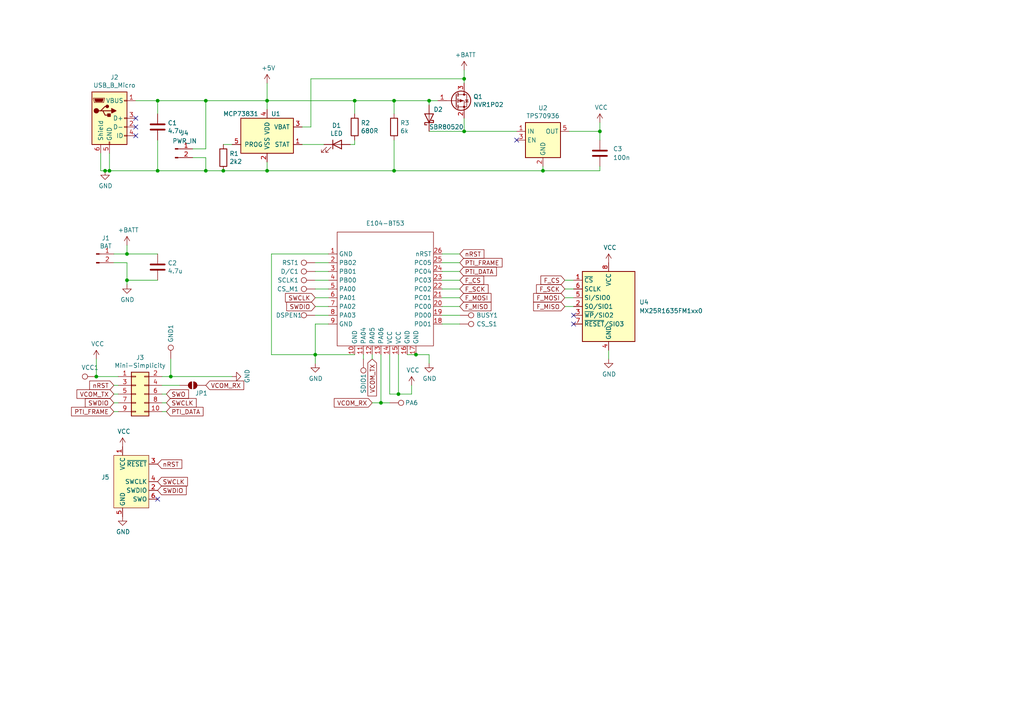
<source format=kicad_sch>
(kicad_sch (version 20231120) (generator "eeschema") (generator_version "8.0")
  (paper "A4")
  (title_block (title "Hardware mod supporting OEPL for ESLs") (date "2024-06-16") (rev "2") (comment 1 "License: CERN-OHL-W-2.0"))
  (lib_symbols
    (symbol "Connector:Conn_ARM_SWD_TagConnect_TC2030-NL" (in_bom no)
      (property "Reference" "J" (at 2.54 11.43 0))
      (property "Value" "Conn_ARM_SWD_TagConnect_TC2030-NL" (at 2.54 8.89 0))
      (symbol "Conn_ARM_SWD_TagConnect_TC2030-NL_0_0"
        (pin power_in line (at -2.54 10.16 270) (length 2.54) (name "VCC") (number "1"))
        (pin bidirectional line (at 7.62 -2.54 180) (length 2.54) (name "SWDIO") (number "2"))
        (pin open_collector line (at 7.62 5.08 180) (length 2.54) (name "~{RESET}") (number "3"))
        (pin output line (at 7.62 0 180) (length 2.54) (name "SWCLK") (number "4"))
        (pin power_in line (at -2.54 -10.16 90) (length 2.54) (name "GND") (number "5"))
        (pin input line (at 7.62 -5.08 180) (length 2.54) (name "SWO") (number "6"))
      )
      (symbol "Conn_ARM_SWD_TagConnect_TC2030-NL_0_1"
        (rectangle (start -5.08 7.62) (end 5.08 -7.62) (fill (type background)))
      )
    )
    (symbol "Connector:TestPoint" (pin_numbers hide) (pin_names (offset 0.762) hide)
      (property "Reference" "TP" (at 0 6.858 0))
      (property "Value" "TestPoint" (at 0 5.08 0))
      (symbol "TestPoint_0_1"
        (circle (center 0 3.302) (radius 0.762))
      )
      (symbol "TestPoint_1_1"
        (pin passive line (at 0 0 90) (length 2.54) (name "1") (number "1"))
      )
    )
    (symbol "Connector:USB_B_Micro" (pin_names (offset 1.016))
      (property "Reference" "J" (at -5.08 11.43 0))
      (property "Value" "USB_B_Micro" (at -5.08 8.89 0))
      (symbol "USB_B_Micro_0_1"
        (rectangle (start -5.08 -7.62) (end 5.08 7.62) (stroke (width 0.254)) (fill (type background)))
        (circle (center -3.81 2.159) (radius 0.635) (stroke (width 0.254)) (fill (type outline)))
        (circle (center -0.635 3.429) (radius 0.381) (stroke (width 0.254)) (fill (type outline)))
        (rectangle (start -0.127 -7.62) (end 0.127 -6.858))
        (polyline (pts (xy -1.905 2.159) (xy 0.635 2.159)) (stroke (width 0.254)))
        (polyline (pts (xy -3.175 2.159) (xy -2.54 2.159) (xy -1.27 3.429) (xy -0.635 3.429)) (stroke (width 0.254)))
        (polyline (pts (xy -2.54 2.159) (xy -1.905 2.159) (xy -1.27 0.889) (xy 0 0.889)) (stroke (width 0.254)))
        (polyline (pts (xy 0.635 2.794) (xy 0.635 1.524) (xy 1.905 2.159) (xy 0.635 2.794)) (stroke (width 0.254)) (fill (type outline)))
        (polyline (pts (xy -4.318 5.588) (xy -1.778 5.588) (xy -2.032 4.826) (xy -4.064 4.826) (xy -4.318 5.588)) (fill (type outline)))
        (polyline (pts (xy -4.699 5.842) (xy -4.699 5.588) (xy -4.445 4.826) (xy -4.445 4.572) (xy -1.651 4.572) (xy -1.651 4.826) (xy -1.397 5.588) (xy -1.397 5.842) (xy -4.699 5.842)))
        (rectangle (start 0.254 1.27) (end -0.508 0.508) (stroke (width 0.254)) (fill (type outline)))
        (rectangle (start 5.08 -5.207) (end 4.318 -4.953))
        (rectangle (start 5.08 -2.667) (end 4.318 -2.413))
        (rectangle (start 5.08 -0.127) (end 4.318 0.127))
        (rectangle (start 5.08 4.953) (end 4.318 5.207))
      )
      (symbol "USB_B_Micro_1_1"
        (pin power_out line (at 7.62 5.08 180) (length 2.54) (name "VBUS") (number "1"))
        (pin bidirectional line (at 7.62 -2.54 180) (length 2.54) (name "D-") (number "2"))
        (pin bidirectional line (at 7.62 0 180) (length 2.54) (name "D+") (number "3"))
        (pin passive line (at 7.62 -5.08 180) (length 2.54) (name "ID") (number "4"))
        (pin power_out line (at 0 -10.16 90) (length 2.54) (name "GND") (number "5"))
        (pin passive line (at -2.54 -10.16 90) (length 2.54) (name "Shield") (number "6"))
      )
    )
    (symbol "Connector_Generic:Conn_02x05_Odd_Even" (pin_names (offset 1.016) hide)
      (property "Reference" "J" (at 1.27 7.62 0))
      (property "Value" "Conn_02x05_Odd_Even" (at 1.27 -7.62 0))
      (symbol "Conn_02x05_Odd_Even_1_1"
        (rectangle (start -1.27 -4.953) (end 0 -5.207) (stroke (width 0.1524)))
        (rectangle (start -1.27 -2.413) (end 0 -2.667) (stroke (width 0.1524)))
        (rectangle (start -1.27 0.127) (end 0 -0.127) (stroke (width 0.1524)))
        (rectangle (start -1.27 2.667) (end 0 2.413) (stroke (width 0.1524)))
        (rectangle (start -1.27 5.207) (end 0 4.953) (stroke (width 0.1524)))
        (rectangle (start -1.27 6.35) (end 3.81 -6.35) (stroke (width 0.254)) (fill (type background)))
        (rectangle (start 3.81 -4.953) (end 2.54 -5.207) (stroke (width 0.1524)))
        (rectangle (start 3.81 -2.413) (end 2.54 -2.667) (stroke (width 0.1524)))
        (rectangle (start 3.81 0.127) (end 2.54 -0.127) (stroke (width 0.1524)))
        (rectangle (start 3.81 2.667) (end 2.54 2.413) (stroke (width 0.1524)))
        (rectangle (start 3.81 5.207) (end 2.54 4.953) (stroke (width 0.1524)))
        (pin passive line (at -5.08 5.08 0) (length 3.81) (name "Pin_1") (number "1"))
        (pin passive line (at 7.62 -5.08 180) (length 3.81) (name "Pin_10") (number "10"))
        (pin passive line (at 7.62 5.08 180) (length 3.81) (name "Pin_2") (number "2"))
        (pin passive line (at -5.08 2.54 0) (length 3.81) (name "Pin_3") (number "3"))
        (pin passive line (at 7.62 2.54 180) (length 3.81) (name "Pin_4") (number "4"))
        (pin passive line (at -5.08 0 0) (length 3.81) (name "Pin_5") (number "5"))
        (pin passive line (at 7.62 0 180) (length 3.81) (name "Pin_6") (number "6"))
        (pin passive line (at -5.08 -2.54 0) (length 3.81) (name "Pin_7") (number "7"))
        (pin passive line (at 7.62 -2.54 180) (length 3.81) (name "Pin_8") (number "8"))
        (pin passive line (at -5.08 -5.08 0) (length 3.81) (name "Pin_9") (number "9"))
      )
    )
    (symbol "Device:C" (pin_numbers hide) (pin_names (offset 0.254))
      (property "Reference" "C" (at 0.635 2.54 0))
      (property "Value" "C" (at 0.635 -2.54 0))
      (symbol "C_0_1"
        (polyline (pts (xy -2.032 -0.762) (xy 2.032 -0.762)) (stroke (width 0.508)))
        (polyline (pts (xy -2.032 0.762) (xy 2.032 0.762)) (stroke (width 0.508)))
      )
      (symbol "C_1_1"
        (pin passive line (at 0 3.81 270) (length 2.794) (name "~") (number "1"))
        (pin passive line (at 0 -3.81 90) (length 2.794) (name "~") (number "2"))
      )
    )
    (symbol "Device:D_Schottky" (pin_numbers hide) (pin_names (offset 1.016) hide)
      (property "Reference" "D" (at 0 2.54 0))
      (property "Value" "D_Schottky" (at 0 -2.54 0))
      (symbol "D_Schottky_0_1"
        (polyline (pts (xy 1.27 0) (xy -1.27 0)))
        (polyline (pts (xy 1.27 1.27) (xy 1.27 -1.27) (xy -1.27 0) (xy 1.27 1.27)) (stroke (width 0.254)))
        (polyline (pts (xy -1.905 0.635) (xy -1.905 1.27) (xy -1.27 1.27) (xy -1.27 -1.27) (xy -0.635 -1.27) (xy -0.635 -0.635)) (stroke (width 0.254)))
      )
      (symbol "D_Schottky_1_1"
        (pin passive line (at -3.81 0 0) (length 2.54) (name "K") (number "1"))
        (pin passive line (at 3.81 0 180) (length 2.54) (name "A") (number "2"))
      )
    )
    (symbol "Device:LED" (pin_numbers hide) (pin_names (offset 1.016) hide)
      (property "Reference" "D" (at 0 2.54 0))
      (property "Value" "LED" (at 0 -2.54 0))
      (symbol "LED_0_1"
        (polyline (pts (xy -1.27 -1.27) (xy -1.27 1.27)) (stroke (width 0.254)))
        (polyline (pts (xy -1.27 0) (xy 1.27 0)))
        (polyline (pts (xy 1.27 -1.27) (xy 1.27 1.27) (xy -1.27 0) (xy 1.27 -1.27)) (stroke (width 0.254)))
        (polyline (pts (xy -3.048 -0.762) (xy -4.572 -2.286) (xy -3.81 -2.286) (xy -4.572 -2.286) (xy -4.572 -1.524)))
        (polyline (pts (xy -1.778 -0.762) (xy -3.302 -2.286) (xy -2.54 -2.286) (xy -3.302 -2.286) (xy -3.302 -1.524)))
      )
      (symbol "LED_1_1"
        (pin passive line (at -3.81 0 0) (length 2.54) (name "K") (number "1"))
        (pin passive line (at 3.81 0 180) (length 2.54) (name "A") (number "2"))
      )
    )
    (symbol "Device:R" (pin_numbers hide) (pin_names (offset 0))
      (property "Reference" "R" (at 2.032 0 90))
      (property "Value" "R" (at 0 0 90))
      (symbol "R_0_1"
        (rectangle (start -1.016 -2.54) (end 1.016 2.54) (stroke (width 0.254)))
      )
      (symbol "R_1_1"
        (pin passive line (at 0 3.81 270) (length 1.27) (name "~") (number "1"))
        (pin passive line (at 0 -3.81 90) (length 1.27) (name "~") (number "2"))
      )
    )
    (symbol "HD150-mod-rescue:+5V-power" (power) (pin_names (offset 0))
      (property "Value" "power_+5V" (at 0 3.556 0))
      (symbol "+5V-power_0_1"
        (polyline (pts (xy -0.762 1.27) (xy 0 2.54)))
        (polyline (pts (xy 0 0) (xy 0 2.54)))
        (polyline (pts (xy 0 2.54) (xy 0.762 1.27)))
      )
      (symbol "+5V-power_1_1"
        (pin power_in line (at 0 0 90) (length 0) hide (name "+5V") (number "1"))
      )
    )
    (symbol "HD150-mod-rescue:+BATT-power" (power) (pin_names (offset 0))
      (property "Value" "power_+BATT" (at 0 3.556 0))
      (symbol "+BATT-power_0_1"
        (polyline (pts (xy -0.762 1.27) (xy 0 2.54)))
        (polyline (pts (xy 0 0) (xy 0 2.54)))
        (polyline (pts (xy 0 2.54) (xy 0.762 1.27)))
      )
      (symbol "+BATT-power_1_1"
        (pin power_in line (at 0 0 90) (length 0) hide (name "+BATT") (number "1"))
      )
    )
    (symbol "HD150-mod-rescue:Conn_01x02_Male-Connector" (pin_names (offset 1.016) hide)
      (property "Reference" "J" (at 0 2.54 0))
      (property "Value" "Connector_Conn_01x02_Male" (at 0 -5.08 0))
      (symbol "Conn_01x02_Male-Connector_1_1"
        (polyline (pts (xy 1.27 -2.54) (xy 0.8636 -2.54)) (stroke (width 0.1524)))
        (polyline (pts (xy 1.27 0) (xy 0.8636 0)) (stroke (width 0.1524)))
        (rectangle (start 0.8636 -2.413) (end 0 -2.667) (stroke (width 0.1524)) (fill (type outline)))
        (rectangle (start 0.8636 0.127) (end 0 -0.127) (stroke (width 0.1524)) (fill (type outline)))
        (pin passive line (at 5.08 0 180) (length 3.81) (name "Pin_1") (number "1"))
        (pin passive line (at 5.08 -2.54 180) (length 3.81) (name "Pin_2") (number "2"))
      )
    )
    (symbol "HD150-mod-rescue:GND-power" (power) (pin_names (offset 0))
      (property "Value" "power_GND" (at 0 -3.81 0))
      (symbol "GND-power_0_1"
        (polyline (pts (xy 0 0) (xy 0 -1.27) (xy 1.27 -1.27) (xy 0 -2.54) (xy -1.27 -1.27) (xy 0 -1.27)))
      )
      (symbol "GND-power_1_1"
        (pin power_in line (at 0 0 270) (length 0) hide (name "GND") (number "1"))
      )
    )
    (symbol "HD150-mod-rescue:MCP73831-2-OT-Battery_Management" (pin_names (offset 1.016))
      (property "Reference" "U" (at -7.62 6.35 0))
      (property "Value" "Battery_Management_MCP73831-2-OT" (at 1.27 6.35 0))
      (symbol "MCP73831-2-OT-Battery_Management_0_1"
        (rectangle (start -7.62 5.08) (end 7.62 -5.08) (stroke (width 0.254)) (fill (type background)))
      )
      (symbol "MCP73831-2-OT-Battery_Management_1_1"
        (pin output line (at 10.16 -2.54 180) (length 2.54) (name "STAT") (number "1"))
        (pin power_in line (at 0 -7.62 90) (length 2.54) (name "VSS") (number "2"))
        (pin power_out line (at 10.16 2.54 180) (length 2.54) (name "VBAT") (number "3"))
        (pin power_in line (at 0 7.62 270) (length 2.54) (name "VDD") (number "4"))
        (pin input line (at -10.16 -2.54 0) (length 2.54) (name "PROG") (number "5"))
      )
    )
    (symbol "HD150-mod-rescue:VCC-power" (power) (pin_names (offset 0))
      (property "Value" "power_VCC" (at 0 3.81 0))
      (symbol "VCC-power_0_1"
        (polyline (pts (xy -0.762 1.27) (xy 0 2.54)))
        (polyline (pts (xy 0 0) (xy 0 2.54)))
        (polyline (pts (xy 0 2.54) (xy 0.762 1.27)))
      )
      (symbol "VCC-power_1_1"
        (pin power_in line (at 0 0 90) (length 0) hide (name "VCC") (number "1"))
      )
    )
    (symbol "Jumper:SolderJumper_2_Open" (pin_numbers hide) (pin_names (offset 0) hide) (exclude_from_sim yes) (in_bom no)
      (property "Reference" "JP" (at 0 2.032 0))
      (property "Value" "SolderJumper_2_Open" (at 0 -2.54 0))
      (symbol "SolderJumper_2_Open_0_1"
        (arc (start -0.254 1.016) (mid -1.2656 0) (end -0.254 -1.016))
        (arc (start -0.254 1.016) (mid -1.2656 0) (end -0.254 -1.016) (fill (type outline)))
        (polyline (pts (xy -0.254 1.016) (xy -0.254 -1.016)))
        (polyline (pts (xy 0.254 1.016) (xy 0.254 -1.016)))
        (arc (start 0.254 -1.016) (mid 1.2656 0) (end 0.254 1.016))
        (arc (start 0.254 -1.016) (mid 1.2656 0) (end 0.254 1.016) (fill (type outline)))
      )
      (symbol "SolderJumper_2_Open_1_1"
        (pin passive line (at -3.81 0 0) (length 2.54) (name "A") (number "1"))
        (pin passive line (at 3.81 0 180) (length 2.54) (name "B") (number "2"))
      )
    )
    (symbol "Memory_Flash:MX25R3235FM1xx0"
      (property "Reference" "U" (at -6.35 11.43 0))
      (property "Value" "MX25R3235FM1xx0" (at 10.16 11.43 0))
      (symbol "MX25R3235FM1xx0_0_1"
        (rectangle (start -7.62 10.16) (end 7.62 -10.16) (stroke (width 0.254)) (fill (type background)))
      )
      (symbol "MX25R3235FM1xx0_1_1"
        (pin input line (at -10.16 7.62 0) (length 2.54) (name "~{CS}") (number "1"))
        (pin bidirectional line (at -10.16 0 0) (length 2.54) (name "SO/SIO1") (number "2"))
        (pin bidirectional line (at -10.16 -2.54 0) (length 2.54) (name "~{WP}/SIO2") (number "3"))
        (pin power_in line (at 0 -12.7 90) (length 2.54) (name "GND") (number "4"))
        (pin bidirectional line (at -10.16 2.54 0) (length 2.54) (name "SI/SIO0") (number "5"))
        (pin input line (at -10.16 5.08 0) (length 2.54) (name "SCLK") (number "6"))
        (pin bidirectional line (at -10.16 -5.08 0) (length 2.54) (name "~{RESET}/SIO3") (number "7"))
        (pin power_in line (at 0 12.7 270) (length 2.54) (name "VCC") (number "8"))
      )
    )
    (symbol "RF_Module:E104-BT53"
      (property "Reference" "U" (at 11.938 17.526 0))
      (property "Value" "E104-BT53" (at 13.462 15.24 0))
      (symbol "E104-BT53_0_1"
        (polyline (pts (xy 0 33.02) (xy 0 0) (xy 27.94 0) (xy 27.94 33.02) (xy 0 33.02)))
      )
      (symbol "E104-BT53_1_1"
        (pin bidirectional line (at -2.54 26.67 0) (length 2.54) (name "GND") (number "1"))
        (pin bidirectional line (at 5.08 -2.54 90) (length 2.54) (name "GND") (number "10"))
        (pin bidirectional line (at 7.62 -2.54 90) (length 2.54) (name "PA04") (number "11"))
        (pin bidirectional line (at 10.16 -2.54 90) (length 2.54) (name "PA05") (number "12"))
        (pin bidirectional line (at 12.7 -2.54 90) (length 2.54) (name "PA06") (number "13"))
        (pin bidirectional line (at 15.24 -2.54 90) (length 2.54) (name "VCC") (number "14"))
        (pin bidirectional line (at 17.78 -2.54 90) (length 2.54) (name "VCC") (number "15"))
        (pin bidirectional line (at 20.32 -2.54 90) (length 2.54) (name "GND") (number "16"))
        (pin bidirectional line (at 22.86 -2.54 90) (length 2.54) (name "GND") (number "17"))
        (pin bidirectional line (at 30.48 6.35 180) (length 2.54) (name "PD01") (number "18"))
        (pin bidirectional line (at 30.48 8.89 180) (length 2.54) (name "PD00") (number "19"))
        (pin bidirectional line (at -2.54 24.13 0) (length 2.54) (name "PB02") (number "2"))
        (pin bidirectional line (at 30.48 11.43 180) (length 2.54) (name "PC00") (number "20"))
        (pin bidirectional line (at 30.48 13.97 180) (length 2.54) (name "PC01") (number "21"))
        (pin bidirectional line (at 30.48 16.51 180) (length 2.54) (name "PC02") (number "22"))
        (pin bidirectional line (at 30.48 19.05 180) (length 2.54) (name "PC03") (number "23"))
        (pin bidirectional line (at 30.48 21.59 180) (length 2.54) (name "PC04") (number "24"))
        (pin bidirectional line (at 30.48 24.13 180) (length 2.54) (name "PC05") (number "25"))
        (pin bidirectional line (at 30.48 26.67 180) (length 2.54) (name "nRST") (number "26"))
        (pin bidirectional line (at -2.54 21.59 0) (length 2.54) (name "PB01") (number "3"))
        (pin bidirectional line (at -2.54 19.05 0) (length 2.54) (name "PB00") (number "4"))
        (pin bidirectional line (at -2.54 16.51 0) (length 2.54) (name "PA00") (number "5"))
        (pin bidirectional line (at -2.54 13.97 0) (length 2.54) (name "PA01") (number "6"))
        (pin bidirectional line (at -2.54 11.43 0) (length 2.54) (name "PA02") (number "7"))
        (pin bidirectional line (at -2.54 8.89 0) (length 2.54) (name "PA03") (number "8"))
        (pin power_in line (at -2.54 6.35 0) (length 2.54) (name "GND") (number "9"))
      )
    )
    (symbol "Regulator_Linear:TPS7A0533PDBV"
      (property "Reference" "U" (at -3.81 6.35 0))
      (property "Value" "TPS7A0533PDBV" (at 6.35 6.35 0))
      (symbol "TPS7A0533PDBV_0_1"
        (rectangle (start -5.08 -5.08) (end 5.08 5.08) (stroke (width 0.254)) (fill (type background)))
        (pin power_in line (at -7.62 2.54 0) (length 2.54) (name "IN") (number "1"))
        (pin power_in line (at 0 -7.62 90) (length 2.54) (name "GND") (number "2"))
        (pin input line (at -7.62 0 0) (length 2.54) (name "EN") (number "3"))
        (pin no_connect line (at 5.08 0 180) (length 2.54) hide (name "NC") (number "4"))
        (pin power_out line (at 7.62 2.54 180) (length 2.54) (name "OUT") (number "5"))
      )
    )
    (symbol "Transistor_FET:TP0610T" (pin_names hide)
      (property "Reference" "Q" (at 5.08 1.905 0))
      (property "Value" "TP0610T" (at 5.08 0 0))
      (symbol "TP0610T_0_1"
        (polyline (pts (xy 0.254 0) (xy -2.54 0)))
        (polyline (pts (xy 0.254 1.905) (xy 0.254 -1.905)) (stroke (width 0.254)))
        (polyline (pts (xy 0.762 -1.27) (xy 0.762 -2.286)) (stroke (width 0.254)))
        (polyline (pts (xy 0.762 0.508) (xy 0.762 -0.508)) (stroke (width 0.254)))
        (polyline (pts (xy 0.762 2.286) (xy 0.762 1.27)) (stroke (width 0.254)))
        (polyline (pts (xy 2.54 2.54) (xy 2.54 1.778)))
        (polyline (pts (xy 2.54 -2.54) (xy 2.54 0) (xy 0.762 0)))
        (polyline (pts (xy 0.762 1.778) (xy 3.302 1.778) (xy 3.302 -1.778) (xy 0.762 -1.778)))
        (polyline (pts (xy 2.286 0) (xy 1.27 0.381) (xy 1.27 -0.381) (xy 2.286 0)) (fill (type outline)))
        (polyline (pts (xy 2.794 -0.508) (xy 2.921 -0.381) (xy 3.683 -0.381) (xy 3.81 -0.254)))
        (polyline (pts (xy 3.302 -0.381) (xy 2.921 0.254) (xy 3.683 0.254) (xy 3.302 -0.381)))
        (circle (center 1.651 0) (radius 2.794) (stroke (width 0.254)))
        (circle (center 2.54 -1.778) (radius 0.254) (fill (type outline)))
        (circle (center 2.54 1.778) (radius 0.254) (fill (type outline)))
      )
      (symbol "TP0610T_1_1"
        (pin input line (at -5.08 0 0) (length 2.54) (name "G") (number "1"))
        (pin passive line (at 2.54 -5.08 90) (length 2.54) (name "S") (number "2"))
        (pin passive line (at 2.54 5.08 270) (length 2.54) (name "D") (number "3"))
      )
    )
  )
  (junction (at 134.62 22.86))
  (junction (at 91.44 102.87))
  (junction (at 49.53 109.22))
  (junction (at 110.49 116.84))
  (junction (at 36.83 81.28))
  (junction (at 157.48 49.53))
  (junction (at 36.83 73.66))
  (junction (at 45.72 29.21))
  (junction (at 59.69 49.53))
  (junction (at 120.65 102.87))
  (junction (at 77.47 29.21))
  (junction (at 173.99 38.1))
  (junction (at 102.87 29.21))
  (junction (at 115.57 114.3))
  (junction (at 27.94 109.22))
  (junction (at 124.46 29.21))
  (junction (at 114.3 49.53))
  (junction (at 134.62 38.1))
  (junction (at 77.47 49.53))
  (junction (at 64.77 49.53))
  (junction (at 30.48 49.53))
  (junction (at 59.69 29.21))
  (junction (at 45.72 49.53))
  (junction (at 114.3 29.21))
  (junction (at 31.75 49.53))
  (no_connect (at 45.72 144.78))
  (no_connect (at 149.86 40.64))
  (no_connect (at 166.37 93.98))
  (no_connect (at 39.37 34.29))
  (no_connect (at 39.37 39.37))
  (no_connect (at 39.37 36.83))
  (no_connect (at 166.37 91.44))
  (wire (pts (xy 90.17 22.86) (xy 134.62 22.86)))
  (wire (pts (xy 91.44 81.28) (xy 95.25 81.28)))
  (wire (pts (xy 46.99 109.22) (xy 49.53 109.22)))
  (wire (pts (xy 91.44 78.74) (xy 95.25 78.74)))
  (wire (pts (xy 128.27 81.28) (xy 133.35 81.28)))
  (wire (pts (xy 36.83 73.66) (xy 45.72 73.66)))
  (wire (pts (xy 124.46 29.21) (xy 127 29.21)))
  (wire (pts (xy 176.53 101.6) (xy 176.53 104.14)))
  (wire (pts (xy 128.27 91.44) (xy 133.35 91.44)))
  (wire (pts (xy 124.46 102.87) (xy 124.46 105.41)))
  (wire (pts (xy 118.11 102.87) (xy 120.65 102.87)))
  (wire (pts (xy 102.87 29.21) (xy 114.3 29.21)))
  (wire (pts (xy 39.37 29.21) (xy 45.72 29.21)))
  (wire (pts (xy 45.72 29.21) (xy 59.69 29.21)))
  (wire (pts (xy 102.87 33.02) (xy 102.87 29.21)))
  (wire (pts (xy 120.65 102.87) (xy 124.46 102.87)))
  (wire (pts (xy 27.94 109.22) (xy 27.94 104.14)))
  (wire (pts (xy 163.83 86.36) (xy 166.37 86.36)))
  (wire (pts (xy 173.99 48.26) (xy 173.99 49.53)))
  (wire (pts (xy 91.44 83.82) (xy 95.25 83.82)))
  (wire (pts (xy 77.47 29.21) (xy 77.47 24.13)))
  (wire (pts (xy 114.3 29.21) (xy 124.46 29.21)))
  (wire (pts (xy 91.44 93.98) (xy 91.44 102.87)))
  (wire (pts (xy 55.88 43.18) (xy 59.69 43.18)))
  (wire (pts (xy 45.72 29.21) (xy 45.72 33.02)))
  (wire (pts (xy 157.48 49.53) (xy 173.99 49.53)))
  (wire (pts (xy 107.95 116.84) (xy 110.49 116.84)))
  (wire (pts (xy 113.03 114.3) (xy 115.57 114.3)))
  (wire (pts (xy 173.99 38.1) (xy 173.99 40.64)))
  (wire (pts (xy 46.99 119.38) (xy 48.26 119.38)))
  (wire (pts (xy 46.99 111.76) (xy 52.07 111.76)))
  (wire (pts (xy 29.21 49.53) (xy 30.48 49.53)))
  (wire (pts (xy 114.3 49.53) (xy 157.48 49.53)))
  (wire (pts (xy 29.21 44.45) (xy 29.21 49.53)))
  (wire (pts (xy 128.27 73.66) (xy 133.35 73.66)))
  (wire (pts (xy 114.3 29.21) (xy 114.3 33.02)))
  (wire (pts (xy 91.44 76.2) (xy 95.25 76.2)))
  (wire (pts (xy 34.29 114.3) (xy 33.02 114.3)))
  (wire (pts (xy 34.29 109.22) (xy 27.94 109.22)))
  (wire (pts (xy 64.77 49.53) (xy 77.47 49.53)))
  (wire (pts (xy 45.72 49.53) (xy 31.75 49.53)))
  (wire (pts (xy 114.3 49.53) (xy 114.3 40.64)))
  (wire (pts (xy 110.49 116.84) (xy 113.03 116.84)))
  (wire (pts (xy 91.44 91.44) (xy 95.25 91.44)))
  (wire (pts (xy 59.69 49.53) (xy 64.77 49.53)))
  (wire (pts (xy 163.83 88.9) (xy 166.37 88.9)))
  (wire (pts (xy 113.03 102.87) (xy 113.03 114.3)))
  (wire (pts (xy 87.63 36.83) (xy 90.17 36.83)))
  (wire (pts (xy 90.17 22.86) (xy 90.17 36.83)))
  (wire (pts (xy 34.29 111.76) (xy 33.02 111.76)))
  (wire (pts (xy 134.62 34.29) (xy 134.62 38.1)))
  (wire (pts (xy 124.46 38.1) (xy 134.62 38.1)))
  (wire (pts (xy 115.57 114.3) (xy 119.38 114.3)))
  (wire (pts (xy 49.53 104.14) (xy 49.53 109.22)))
  (wire (pts (xy 157.48 49.53) (xy 157.48 48.26)))
  (wire (pts (xy 30.48 49.53) (xy 31.75 49.53)))
  (wire (pts (xy 128.27 88.9) (xy 133.35 88.9)))
  (wire (pts (xy 87.63 41.91) (xy 93.98 41.91)))
  (wire (pts (xy 163.83 83.82) (xy 166.37 83.82)))
  (wire (pts (xy 34.29 119.38) (xy 33.02 119.38)))
  (wire (pts (xy 95.25 73.66) (xy 78.74 73.66)))
  (wire (pts (xy 91.44 88.9) (xy 95.25 88.9)))
  (wire (pts (xy 77.47 49.53) (xy 77.47 46.99)))
  (wire (pts (xy 78.74 102.87) (xy 91.44 102.87)))
  (wire (pts (xy 36.83 81.28) (xy 45.72 81.28)))
  (wire (pts (xy 45.72 49.53) (xy 59.69 49.53)))
  (wire (pts (xy 102.87 41.91) (xy 102.87 40.64)))
  (wire (pts (xy 101.6 41.91) (xy 102.87 41.91)))
  (wire (pts (xy 128.27 86.36) (xy 133.35 86.36)))
  (wire (pts (xy 64.77 41.91) (xy 67.31 41.91)))
  (wire (pts (xy 77.47 49.53) (xy 114.3 49.53)))
  (wire (pts (xy 91.44 102.87) (xy 91.44 105.41)))
  (wire (pts (xy 59.69 45.72) (xy 59.69 49.53)))
  (wire (pts (xy 45.72 40.64) (xy 45.72 49.53)))
  (wire (pts (xy 46.99 114.3) (xy 48.26 114.3)))
  (wire (pts (xy 78.74 73.66) (xy 78.74 102.87)))
  (wire (pts (xy 107.95 102.87) (xy 107.95 104.14)))
  (wire (pts (xy 33.02 76.2) (xy 36.83 76.2)))
  (wire (pts (xy 36.83 76.2) (xy 36.83 81.28)))
  (wire (pts (xy 128.27 76.2) (xy 133.35 76.2)))
  (wire (pts (xy 128.27 93.98) (xy 133.35 93.98)))
  (wire (pts (xy 173.99 38.1) (xy 173.99 35.56)))
  (wire (pts (xy 59.69 43.18) (xy 59.69 29.21)))
  (wire (pts (xy 163.83 81.28) (xy 166.37 81.28)))
  (wire (pts (xy 46.99 116.84) (xy 48.26 116.84)))
  (wire (pts (xy 134.62 22.86) (xy 134.62 20.32)))
  (wire (pts (xy 33.02 73.66) (xy 36.83 73.66)))
  (wire (pts (xy 128.27 83.82) (xy 133.35 83.82)))
  (wire (pts (xy 134.62 38.1) (xy 149.86 38.1)))
  (wire (pts (xy 59.69 29.21) (xy 77.47 29.21)))
  (wire (pts (xy 36.83 81.28) (xy 36.83 82.55)))
  (wire (pts (xy 115.57 102.87) (xy 115.57 114.3)))
  (wire (pts (xy 105.41 102.87) (xy 105.41 104.14)))
  (wire (pts (xy 49.53 109.22) (xy 67.31 109.22)))
  (wire (pts (xy 128.27 78.74) (xy 133.35 78.74)))
  (wire (pts (xy 95.25 93.98) (xy 91.44 93.98)))
  (wire (pts (xy 91.44 102.87) (xy 102.87 102.87)))
  (wire (pts (xy 36.83 73.66) (xy 36.83 71.12)))
  (wire (pts (xy 165.1 38.1) (xy 173.99 38.1)))
  (wire (pts (xy 55.88 45.72) (xy 59.69 45.72)))
  (wire (pts (xy 119.38 111.76) (xy 119.38 114.3)))
  (wire (pts (xy 34.29 116.84) (xy 33.02 116.84)))
  (wire (pts (xy 110.49 102.87) (xy 110.49 116.84)))
  (wire (pts (xy 31.75 49.53) (xy 31.75 44.45)))
  (wire (pts (xy 77.47 29.21) (xy 102.87 29.21)))
  (wire (pts (xy 91.44 86.36) (xy 95.25 86.36)))
  (wire (pts (xy 77.47 31.75) (xy 77.47 29.21)))
  (wire (pts (xy 124.46 30.48) (xy 124.46 29.21)))
  (wire (pts (xy 134.62 24.13) (xy 134.62 22.86)))
  (global_label "VCOM_TX" (shape input) (at 107.95 104.14 270) (property "Intersheetrefs" "${INTERSHEET_REFS}" (effects (hide yes))))
  (global_label "F_MOSI" (shape input) (at 163.83 86.36 180) (property "Intersheetrefs" "${INTERSHEET_REFS}" (effects (hide yes))))
  (global_label "F_CS" (shape input) (at 163.83 81.28 180) (property "Intersheetrefs" "${INTERSHEET_REFS}" (effects (hide yes))))
  (global_label "VCOM_RX" (shape input) (at 107.95 116.84 180) (property "Intersheetrefs" "${INTERSHEET_REFS}" (effects (hide yes))))
  (global_label "F_SCK" (shape input) (at 133.35 83.82 0) (property "Intersheetrefs" "${INTERSHEET_REFS}" (effects (hide yes))))
  (global_label "PTI_FRAME" (shape input) (at 33.02 119.38 180) (property "Intersheetrefs" "${INTERSHEET_REFS}" (effects (hide yes))))
  (global_label "PTI_DATA" (shape input) (at 48.26 119.38 0) (property "Intersheetrefs" "${INTERSHEET_REFS}" (effects (hide yes))))
  (global_label "SWO" (shape input) (at 48.26 114.3 0) (property "Intersheetrefs" "${INTERSHEET_REFS}" (effects (hide yes))))
  (global_label "SWDIO" (shape input) (at 91.44 88.9 180) (property "Intersheetrefs" "${INTERSHEET_REFS}" (effects (hide yes))))
  (global_label "PTI_DATA" (shape input) (at 133.35 78.74 0) (property "Intersheetrefs" "${INTERSHEET_REFS}" (effects (hide yes))))
  (global_label "nRST" (shape input) (at 133.35 73.66 0) (property "Intersheetrefs" "${INTERSHEET_REFS}" (effects (hide yes))))
  (global_label "F_SCK" (shape input) (at 163.83 83.82 180) (property "Intersheetrefs" "${INTERSHEET_REFS}" (effects (hide yes))))
  (global_label "SWDIO" (shape input) (at 33.02 116.84 180) (property "Intersheetrefs" "${INTERSHEET_REFS}" (effects (hide yes))))
  (global_label "F_MISO" (shape input) (at 133.35 88.9 0) (property "Intersheetrefs" "${INTERSHEET_REFS}" (effects (hide yes))))
  (global_label "F_CS" (shape input) (at 133.35 81.28 0) (property "Intersheetrefs" "${INTERSHEET_REFS}" (effects (hide yes))))
  (global_label "nRST" (shape input) (at 33.02 111.76 180) (property "Intersheetrefs" "${INTERSHEET_REFS}" (effects (hide yes))))
  (global_label "SWCLK" (shape input) (at 45.72 139.7 0) (property "Intersheetrefs" "${INTERSHEET_REFS}" (effects (hide yes))))
  (global_label "SWDIO" (shape input) (at 45.72 142.24 0) (property "Intersheetrefs" "${INTERSHEET_REFS}" (effects (hide yes))))
  (global_label "F_MOSI" (shape input) (at 133.35 86.36 0) (property "Intersheetrefs" "${INTERSHEET_REFS}" (effects (hide yes))))
  (global_label "VCOM_TX" (shape input) (at 33.02 114.3 180) (property "Intersheetrefs" "${INTERSHEET_REFS}" (effects (hide yes))))
  (global_label "F_MISO" (shape input) (at 163.83 88.9 180) (property "Intersheetrefs" "${INTERSHEET_REFS}" (effects (hide yes))))
  (global_label "SWCLK" (shape input) (at 91.44 86.36 180) (property "Intersheetrefs" "${INTERSHEET_REFS}" (effects (hide yes))))
  (global_label "PTI_FRAME" (shape input) (at 133.35 76.2 0) (property "Intersheetrefs" "${INTERSHEET_REFS}" (effects (hide yes))))
  (global_label "SWCLK" (shape input) (at 48.26 116.84 0) (property "Intersheetrefs" "${INTERSHEET_REFS}" (effects (hide yes))))
  (global_label "VCOM_RX" (shape input) (at 59.69 111.76 0) (property "Intersheetrefs" "${INTERSHEET_REFS}" (effects (hide yes))))
  (global_label "nRST" (shape input) (at 45.72 134.62 0) (property "Intersheetrefs" "${INTERSHEET_REFS}" (effects (hide yes))))
  (symbol (lib_id "HD150-mod-rescue:MCP73831-2-OT-Battery_Management") (at 77.47 39.37 0) (unit 1)
    (property "Reference" "U1" (at 80.01 33.02 0))
    (property "Value" "MCP73831" (at 69.85 33.02 0))
    (property "Footprint" "Package_TO_SOT_SMD:SOT-23-5" (effects (hide yes)))
    (property "Datasheet" "http://ww1.microchip.com/downloads/en/DeviceDoc/20001984g.pdf" (effects (hide yes)))
  )
  (symbol (lib_id "Connector:USB_B_Micro") (at 31.75 34.29 0) (unit 1)
    (property "Reference" "J2" (at 33.1978 22.4282 0))
    (property "Value" "USB_B_Micro" (at 33.1978 24.7396 0))
    (property "Footprint" "Connector_USB:USB_Micro-B_Molex_47346-0001" (effects (hide yes)))
  )
  (symbol (lib_id "HD150-mod-rescue:GND-power") (at 30.48 49.53 0) (unit 1)
    (property "Reference" "#PWR0101" (effects (hide yes)))
    (property "Value" "GND" (at 30.607 53.9242 0))
  )
  (symbol (lib_id "Device:C") (at 45.72 36.83 0) (unit 1)
    (property "Reference" "C1" (at 48.641 35.6616 0) (effects (justify left)))
    (property "Value" "4.7u" (at 48.641 37.973 0) (effects (justify left)))
    (property "Footprint" "Capacitor_SMD:C_0805_2012Metric_Pad1.18x1.45mm_HandSolder" (effects (hide yes)))
  )
  (symbol (lib_id "Device:LED") (at 97.79 41.91 0) (unit 1)
    (property "Reference" "D1" (at 97.6122 36.3982 0))
    (property "Value" "LED" (at 97.6122 38.7096 0))
    (property "Footprint" "LED_SMD:LED_0805_2012Metric_Pad1.15x1.40mm_HandSolder" (effects (hide yes)))
  )
  (symbol (lib_id "Device:R") (at 64.77 45.72 0) (unit 1)
    (property "Reference" "R1" (at 66.548 44.5516 0) (effects (justify left)))
    (property "Value" "2k2" (at 66.548 46.863 0) (effects (justify left)))
    (property "Footprint" "Resistor_SMD:R_0805_2012Metric_Pad1.20x1.40mm_HandSolder" (effects (hide yes)))
  )
  (symbol (lib_id "Device:R") (at 102.87 36.83 0) (unit 1)
    (property "Reference" "R2" (at 104.648 35.6616 0) (effects (justify left)))
    (property "Value" "680R" (at 104.648 37.973 0) (effects (justify left)))
    (property "Footprint" "Resistor_SMD:R_0805_2012Metric_Pad1.20x1.40mm_HandSolder" (effects (hide yes)))
  )
  (symbol (lib_id "HD150-mod-rescue:Conn_01x02_Male-Connector") (at 27.94 73.66 0) (unit 1)
    (property "Reference" "J1" (at 30.6832 69.0626 0))
    (property "Value" "BAT" (at 30.6832 71.374 0))
    (property "Footprint" "Connector_JST:JST_PH_S2B-PH-K_1x02_P2.00mm_Horizontal" (effects (hide yes)))
  )
  (symbol (lib_id "HD150-mod-rescue:+BATT-power") (at 36.83 71.12 0) (unit 1)
    (property "Reference" "#PWR0102" (effects (hide yes)))
    (property "Value" "+BATT" (at 37.211 66.7258 0))
  )
  (symbol (lib_id "HD150-mod-rescue:GND-power") (at 36.83 82.55 0) (unit 1)
    (property "Reference" "#PWR0103" (effects (hide yes)))
    (property "Value" "GND" (at 36.957 86.9442 0))
  )
  (symbol (lib_id "Device:C") (at 45.72 77.47 0) (unit 1)
    (property "Reference" "C2" (at 48.641 76.3016 0) (effects (justify left)))
    (property "Value" "4.7u" (at 48.641 78.613 0) (effects (justify left)))
    (property "Footprint" "Capacitor_SMD:C_0805_2012Metric_Pad1.18x1.45mm_HandSolder" (effects (hide yes)))
  )
  (symbol (lib_id "HD150-mod-rescue:+5V-power") (at 77.47 24.13 0) (unit 1)
    (property "Reference" "#PWR0104" (effects (hide yes)))
    (property "Value" "+5V" (at 77.851 19.7358 0))
  )
  (symbol (lib_id "HD150-mod-rescue:Conn_01x02_Male-Connector") (at 50.8 43.18 0) (unit 1)
    (property "Reference" "J4" (at 53.5432 38.5826 0))
    (property "Value" "PWR_IN" (at 53.5432 40.894 0))
    (property "Footprint" "Connector_JST:JST_PH_S2B-PH-K_1x02_P2.00mm_Horizontal" (effects (hide yes)))
  )
  (symbol (lib_id "Transistor_FET:TP0610T") (at 132.08 29.21 0) (unit 1)
    (property "Reference" "Q1" (at 137.2616 28.0416 0) (effects (justify left)))
    (property "Value" "NVR1P02" (at 137.2616 30.353 0) (effects (justify left)))
    (property "Footprint" "Package_TO_SOT_SMD:SOT-23" (effects (hide yes)))
    (property "Datasheet" "http://www.vishay.com/docs/70209/70209.pdf" (effects (hide yes)))
  )
  (symbol (lib_id "HD150-mod-rescue:+BATT-power") (at 134.62 20.32 0) (unit 1)
    (property "Reference" "#PWR0105" (effects (hide yes)))
    (property "Value" "+BATT" (at 135.001 15.9258 0))
  )
  (symbol (lib_id "Device:R") (at 114.3 36.83 0) (unit 1)
    (property "Reference" "R3" (at 116.078 35.6616 0) (effects (justify left)))
    (property "Value" "6k" (at 116.078 37.973 0) (effects (justify left)))
    (property "Footprint" "Resistor_SMD:R_0805_2012Metric_Pad1.20x1.40mm_HandSolder" (effects (hide yes)))
  )
  (symbol (lib_id "Device:D_Schottky") (at 124.46 34.29 90) (unit 1)
    (property "Reference" "D2" (at 125.73 31.75 90) (effects (justify right)))
    (property "Value" "SBR80520" (at 124.46 36.83 90) (effects (justify right)))
    (property "Footprint" "Diode_SMD:D_SOD-123" (effects (hide yes)))
  )
  (symbol (lib_id "Regulator_Linear:TPS7A0533PDBV") (at 157.48 40.64 0) (unit 1)
    (property "Reference" "U2" (at 157.48 31.3182 0))
    (property "Value" "TPS70936" (at 157.48 33.6296 0))
    (property "Footprint" "Package_TO_SOT_SMD:SOT-23-5" (effects (hide yes)))
    (property "Datasheet" "https://www.ti.com/lit/ds/symlink/tps7a05.pdf" (effects (hide yes)))
  )
  (symbol (lib_id "HD150-mod-rescue:VCC-power") (at 173.99 35.56 0) (unit 1)
    (property "Reference" "#PWR0106" (effects (hide yes)))
    (property "Value" "VCC" (at 174.371 31.1658 0))
  )
  (symbol (lib_id "Connector_Generic:Conn_02x05_Odd_Even") (at 39.37 114.3 0) (unit 1)
    (property "Reference" "J3" (at 40.64 103.7082 0))
    (property "Value" "Mini-Simplicity" (at 40.64 106.0196 0))
    (property "Footprint" "Connector_PinHeader_1.27mm:PinHeader_2x05_P1.27mm_Vertical_SMD" (effects (hide yes)))
  )
  (symbol (lib_id "HD150-mod-rescue:GND-power") (at 67.31 109.22 90) (unit 1)
    (property "Reference" "#PWR0109" (effects (hide yes)))
    (property "Value" "GND" (at 71.7042 109.093 0))
  )
  (symbol (lib_id "HD150-mod-rescue:VCC-power") (at 27.94 104.14 0) (unit 1)
    (property "Reference" "#PWR0110" (effects (hide yes)))
    (property "Value" "VCC" (at 28.321 99.7458 0))
  )
  (symbol (lib_id "Connector:TestPoint") (at 133.35 91.44 270) (unit 1)
    (property "Reference" "BUSY1" (at 138.1252 91.44 90) (effects (justify left)))
    (property "Value" "TestPoint" (effects (hide yes)))
    (property "Footprint" "TestPoint:TestPoint_THTPad_D3.0mm_Drill1.5mm" (effects (hide yes)))
  )
  (symbol (lib_id "Connector:TestPoint") (at 91.44 76.2 90) (unit 1)
    (property "Reference" "RST1" (at 86.6648 76.2 90) (effects (justify left)))
    (property "Value" "TestPoint" (effects (hide yes)))
    (property "Footprint" "TestPoint:TestPoint_THTPad_D3.0mm_Drill1.5mm" (effects (hide yes)))
  )
  (symbol (lib_id "Connector:TestPoint") (at 91.44 78.74 90) (unit 1)
    (property "Reference" "D/C1" (at 86.6648 78.74 90) (effects (justify left)))
    (property "Value" "TestPoint" (effects (hide yes)))
    (property "Footprint" "TestPoint:TestPoint_THTPad_D3.0mm_Drill1.5mm" (effects (hide yes)))
  )
  (symbol (lib_id "Connector:TestPoint") (at 91.44 81.28 90) (unit 1)
    (property "Reference" "SCLK1" (at 86.6648 81.28 90) (effects (justify left)))
    (property "Value" "TestPoint" (effects (hide yes)))
    (property "Footprint" "TestPoint:TestPoint_THTPad_D3.0mm_Drill1.5mm" (effects (hide yes)))
  )
  (symbol (lib_id "Connector:TestPoint") (at 91.44 83.82 90) (unit 1)
    (property "Reference" "CS_M1" (at 86.6648 83.82 90) (effects (justify left)))
    (property "Value" "TestPoint" (effects (hide yes)))
    (property "Footprint" "TestPoint:TestPoint_THTPad_D3.0mm_Drill1.5mm" (effects (hide yes)))
  )
  (symbol (lib_id "Connector:TestPoint") (at 133.35 93.98 270) (unit 1)
    (property "Reference" "CS_S1" (at 141.224 93.98 90))
    (property "Value" "TestPoint" (effects (hide yes)))
    (property "Footprint" "TestPoint:TestPoint_THTPad_D3.0mm_Drill1.5mm" (effects (hide yes)))
  )
  (symbol (lib_id "Connector:TestPoint") (at 105.41 104.14 180) (unit 1)
    (property "Reference" "SDIO1" (at 105.41 111.252 90))
    (property "Value" "TestPoint" (effects (hide yes)))
    (property "Footprint" "TestPoint:TestPoint_THTPad_D3.0mm_Drill1.5mm" (effects (hide yes)))
  )
  (symbol (lib_id "Connector:TestPoint") (at 91.44 91.44 90) (unit 1)
    (property "Reference" "DSPEN1" (at 83.82 91.44 90))
    (property "Value" "TestPoint" (effects (hide yes)))
    (property "Footprint" "TestPoint:TestPoint_THTPad_D3.0mm_Drill1.5mm" (effects (hide yes)))
  )
  (symbol (lib_id "Connector:TestPoint") (at 27.94 109.22 90) (unit 1)
    (property "Reference" "VCC1" (at 26.1112 106.6038 90))
    (property "Value" "TestPoint" (effects (hide yes)))
    (property "Footprint" "TestPoint:TestPoint_THTPad_D3.0mm_Drill1.5mm" (effects (hide yes)))
  )
  (symbol (lib_id "Connector:TestPoint") (at 49.53 104.14 0) (unit 1)
    (property "Reference" "GND1" (at 49.53 99.3648 90) (effects (justify left)))
    (property "Value" "TestPoint" (effects (hide yes)))
    (property "Footprint" "TestPoint:TestPoint_THTPad_D3.0mm_Drill1.5mm" (effects (hide yes)))
  )
  (symbol (lib_id "Connector:Conn_ARM_SWD_TagConnect_TC2030-NL") (at 38.1 139.7 0) (unit 1) (in_bom no)
    (property "Reference" "J5" (at 31.75 138.4299 0) (effects (justify right)))
    (property "Value" "Conn_ARM_SWD_TagConnect_TC2030-NL" (effects (hide yes)))
    (property "Footprint" "Connector:Tag-Connect_TC2030-IDC-NL_2x03_P1.27mm_Vertical" (effects (hide yes)))
    (property "Datasheet" "https://www.tag-connect.com/wp-content/uploads/bsk-pdf-manager/TC2030-CTX_1.pdf" (effects (hide yes)))
    (property "Description" "Tag-Connect ARM Cortex SWD JTAG connector, 6 pin, no legs" (effects (hide yes)))
  )
  (symbol (lib_id "HD150-mod-rescue:VCC-power") (at 176.53 76.2 0) (unit 1)
    (property "Reference" "#PWR05" (effects (hide yes)))
    (property "Value" "VCC" (at 176.911 71.8058 0))
  )
  (symbol (lib_id "RF_Module:E104-BT53") (at 97.79 100.33 0) (unit 1)
    (property "Reference" "U5" (effects (hide yes)))
    (property "Value" "E104-BT53" (at 111.76 64.77 0))
    (property "Footprint" "RF_Module:E104-BT53" (effects (hide yes)))
    (property "Datasheet" "https://www.cdebyte.com/pdf-down.aspx?id=1492" (effects (hide yes)))
    (property "Description" "BLE module based on EFR32BG22" (effects (hide yes)))
  )
  (symbol (lib_id "HD150-mod-rescue:VCC-power") (at 119.38 111.76 0) (unit 1)
    (property "Reference" "#PWR02" (effects (hide yes)))
    (property "Value" "VCC" (at 119.761 107.3658 0))
  )
  (symbol (lib_id "HD150-mod-rescue:VCC-power") (at 35.56 129.54 0) (unit 1)
    (property "Reference" "#PWR06" (effects (hide yes)))
    (property "Value" "VCC" (at 35.941 125.1458 0))
  )
  (symbol (lib_id "Memory_Flash:MX25R3235FM1xx0") (at 176.53 88.9 0) (unit 1)
    (property "Reference" "U4" (at 185.42 87.6299 0) (effects (justify left)))
    (property "Value" "MX25R1635FM1xx0" (at 185.42 90.1699 0) (effects (justify left)))
    (property "Footprint" "Package_SO:SOP-8_3.9x4.9mm_P1.27mm" (effects (hide yes)))
    (property "Datasheet" "http://www.macronix.com/Lists/Datasheet/Attachments/7534/MX25R3235F,%20Wide%20Range,%2032Mb,%20v1.6.pdf" (effects (hide yes)))
    (property "Description" "32-Mbit, Wide Range Voltage SPI Serial Flash Memory, SOP-8" (effects (hide yes)))
  )
  (symbol (lib_id "HD150-mod-rescue:GND-power") (at 91.44 105.41 0) (unit 1)
    (property "Reference" "#PWR03" (effects (hide yes)))
    (property "Value" "GND" (at 91.567 109.8042 0))
  )
  (symbol (lib_id "Connector:TestPoint") (at 113.03 116.84 270) (unit 1)
    (property "Reference" "PA6" (at 119.38 116.84 90))
    (property "Value" "TestPoint" (effects (hide yes)))
    (property "Footprint" "TestPoint:TestPoint_THTPad_D1.5mm_Drill0.7mm" (effects (hide yes)))
  )
  (symbol (lib_id "HD150-mod-rescue:GND-power") (at 124.46 105.41 0) (unit 1)
    (property "Reference" "#PWR01" (effects (hide yes)))
    (property "Value" "GND" (at 124.587 109.8042 0))
  )
  (symbol (lib_id "HD150-mod-rescue:GND-power") (at 176.53 104.14 0) (unit 1)
    (property "Reference" "#PWR04" (effects (hide yes)))
    (property "Value" "GND" (at 176.657 108.5342 0))
  )
  (symbol (lib_id "HD150-mod-rescue:GND-power") (at 35.56 149.86 0) (unit 1)
    (property "Reference" "#PWR07" (effects (hide yes)))
    (property "Value" "GND" (at 35.687 154.2542 0))
  )
  (symbol (lib_id "Jumper:SolderJumper_2_Open") (at 55.88 111.76 0) (unit 1) (exclude_from_sim yes) (in_bom no)
    (property "Reference" "JP1" (at 58.42 114.046 0))
    (property "Value" "SolderJumper_2_Open" (effects (hide yes)))
    (property "Footprint" "Jumper:SolderJumper-2_P1.3mm_Open_RoundedPad1.0x1.5mm" (effects (hide yes)))
    (property "Description" "Solder Jumper, 2-pole, open" (effects (hide yes)))
  )
  (symbol (lib_id "Device:C") (at 173.99 44.45 0) (unit 1)
    (property "Reference" "C3" (at 177.8 43.1799 0) (effects (justify left)))
    (property "Value" "100n" (at 177.8 45.7199 0) (effects (justify left)))
    (property "Footprint" "Capacitor_SMD:C_0603_1608Metric_Pad1.08x0.95mm_HandSolder" (effects (hide yes)))
    (property "Description" "Unpolarized capacitor" (effects (hide yes)))
  )
)
</source>
